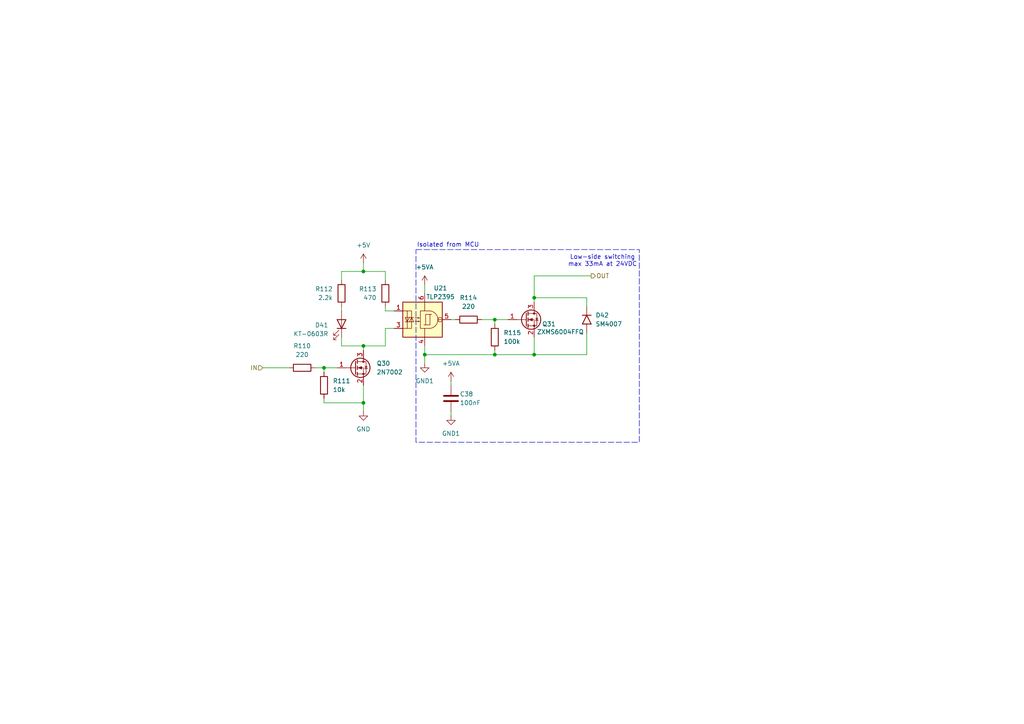
<source format=kicad_sch>
(kicad_sch (version 20250114) (generator "eeschema") (generator_version "9.0")
  (paper "A4")
  (lib_symbols
    (symbol "Device:C" (pin_numbers (hide yes)) (pin_names (offset 0.254))
      (property "Reference" "C" (at 0.635 2.54 0))
      (property "Value" "C" (at 0.635 -2.54 0))
      (symbol "C_0_1"
        (polyline (pts (xy -2.032 0.762) (xy 2.032 0.762)) (stroke (width 0.508)))
        (polyline (pts (xy -2.032 -0.762) (xy 2.032 -0.762)) (stroke (width 0.508)))
      )
      (symbol "C_1_1"
        (pin passive line (at 0 3.81 270) (length 2.794) (name "~") (number "1"))
        (pin passive line (at 0 -3.81 90) (length 2.794) (name "~") (number "2"))
      )
    )
    (symbol "Device:LED" (pin_numbers (hide yes)) (pin_names (offset 1.016) (hide yes))
      (property "Reference" "D" (at 0 2.54 0))
      (property "Value" "LED" (at 0 -2.54 0))
      (symbol "LED_0_1"
        (polyline (pts (xy -3.048 -0.762) (xy -4.572 -2.286) (xy -3.81 -2.286) (xy -4.572 -2.286) (xy -4.572 -1.524)))
        (polyline (pts (xy -1.778 -0.762) (xy -3.302 -2.286) (xy -2.54 -2.286) (xy -3.302 -2.286) (xy -3.302 -1.524)))
        (polyline (pts (xy -1.27 0) (xy 1.27 0)))
        (polyline (pts (xy -1.27 -1.27) (xy -1.27 1.27)) (stroke (width 0.254)))
        (polyline (pts (xy 1.27 -1.27) (xy 1.27 1.27) (xy -1.27 0) (xy 1.27 -1.27)) (stroke (width 0.254)))
      )
      (symbol "LED_1_1"
        (pin passive line (at -3.81 0 0) (length 2.54) (name "K") (number "1"))
        (pin passive line (at 3.81 0 180) (length 2.54) (name "A") (number "2"))
      )
    )
    (symbol "Device:R" (pin_numbers (hide yes)) (pin_names (offset 0))
      (property "Reference" "R" (at 2.032 0 90))
      (property "Value" "R" (at 0 0 90))
      (symbol "R_0_1"
        (rectangle (start -1.016 -2.54) (end 1.016 2.54) (stroke (width 0.254)))
      )
      (symbol "R_1_1"
        (pin passive line (at 0 3.81 270) (length 1.27) (name "~") (number "1"))
        (pin passive line (at 0 -3.81 90) (length 1.27) (name "~") (number "2"))
      )
    )
    (symbol "Transistor_FET:2N7002" (pin_names (offset 0) (hide yes))
      (property "Reference" "Q" (at 5.08 1.905 0))
      (property "Value" "2N7002" (at 5.08 0 0))
      (symbol "2N7002_0_1"
        (polyline (pts (xy 0.254 1.905) (xy 0.254 -1.905)) (stroke (width 0.254)))
        (polyline (pts (xy 0.254 0) (xy -2.54 0)))
        (polyline (pts (xy 0.762 2.286) (xy 0.762 1.27)) (stroke (width 0.254)))
        (polyline (pts (xy 0.762 0.508) (xy 0.762 -0.508)) (stroke (width 0.254)))
        (polyline (pts (xy 0.762 -1.27) (xy 0.762 -2.286)) (stroke (width 0.254)))
        (polyline (pts (xy 0.762 -1.778) (xy 3.302 -1.778) (xy 3.302 1.778) (xy 0.762 1.778)))
        (polyline (pts (xy 1.016 0) (xy 2.032 0.381) (xy 2.032 -0.381) (xy 1.016 0)) (fill (type outline)))
        (circle (center 1.651 0) (radius 2.794) (stroke (width 0.254)))
        (polyline (pts (xy 2.54 2.54) (xy 2.54 1.778)))
        (circle (center 2.54 1.778) (radius 0.254) (fill (type outline)))
        (circle (center 2.54 -1.778) (radius 0.254) (fill (type outline)))
        (polyline (pts (xy 2.54 -2.54) (xy 2.54 0) (xy 0.762 0)))
        (polyline (pts (xy 2.921 0.381) (xy 3.683 0.381)))
        (polyline (pts (xy 3.302 0.381) (xy 2.921 -0.254) (xy 3.683 -0.254) (xy 3.302 0.381)))
      )
      (symbol "2N7002_1_1"
        (pin input line (at -5.08 0 0) (length 2.54) (name "G") (number "1"))
        (pin passive line (at 2.54 5.08 270) (length 2.54) (name "D") (number "3"))
        (pin passive line (at 2.54 -5.08 90) (length 2.54) (name "S") (number "2"))
      )
    )
    (symbol "djm:SM4007" (pin_numbers (hide yes)) (pin_names (offset 1.016) (hide yes))
      (property "Reference" "D" (at 0 2.54 0))
      (property "Value" "SM4007" (at 0 -2.54 0))
      (symbol "SM4007_0_1"
        (polyline (pts (xy 1.27 1.27) (xy 1.27 -1.27) (xy -1.27 0) (xy 1.27 1.27)) (stroke (width 0.254)))
      )
      (symbol "SM4007_1_1"
        (polyline (pts (xy -1.27 -1.27) (xy -1.27 1.27)) (stroke (width 0.254)))
        (pin passive line (at -3.81 0 0) (length 2.54) (name "K") (number "1"))
        (pin passive line (at 3.81 0 180) (length 2.54) (name "A") (number "2"))
      )
    )
    (symbol "djm:TLP2395"
      (property "Reference" "U" (at -5.08 6.35 0))
      (property "Value" "TLP2395" (at 6.35 6.35 0))
      (symbol "TLP2395_0_1"
        (circle (center 5.715 0) (radius 0.635))
        (polyline (pts (xy 6.35 0) (xy 5.08 0)))
      )
      (symbol "TLP2395_1_1"
        (rectangle (start -5.08 5.08) (end 6.35 -5.08) (stroke (width 0.254)) (fill (type background)))
        (polyline (pts (xy -5.08 -2.54) (xy -3.81 -2.54) (xy -3.81 2.54) (xy -5.08 2.54)))
        (polyline (pts (xy -4.445 -0.635) (xy -3.175 -0.635)))
        (polyline (pts (xy -3.81 2.54) (xy -2.54 2.54) (xy -2.54 -2.54) (xy -3.81 -2.54)))
        (polyline (pts (xy -3.81 -0.635) (xy -4.445 0.635) (xy -3.175 0.635) (xy -3.81 -0.635)))
        (polyline (pts (xy -3.175 0.635) (xy -1.905 0.635)))
        (polyline (pts (xy -2.54 0.635) (xy -3.175 -0.635) (xy -1.905 -0.635) (xy -2.54 0.635)))
        (polyline (pts (xy -1.524 0.508) (xy -0.254 0.508) (xy -0.635 0.381) (xy -0.635 0.635) (xy -0.254 0.508)))
        (polyline (pts (xy -1.524 -0.508) (xy -0.254 -0.508) (xy -0.635 -0.635) (xy -0.635 -0.381) (xy -0.254 -0.508)))
        (polyline (pts (xy 1.27 2.54) (xy 1.27 5.08)))
        (polyline (pts (xy 1.27 -2.54) (xy 1.27 -5.08) (xy 1.27 -3.81)))
        (rectangle (start 1.524 1.524) (end 2.794 -1.524))
        (polyline (pts (xy 1.524 -1.524) (xy 1.016 -1.524)))
        (arc (start 2.54 2.54) (mid 5.0689 0) (end 2.54 -2.54))
        (polyline (pts (xy 2.54 -2.54) (xy 0 -2.54) (xy 0 2.54) (xy 2.54 2.54)))
        (polyline (pts (xy 2.794 1.524) (xy 3.302 1.524)))
        (pin passive line (at -7.62 2.54 0) (length 2.54) (name "~") (number "1"))
        (pin passive line (at -7.62 -2.54 0) (length 2.54) (name "~") (number "3"))
        (pin power_in line (at 1.27 7.62 270) (length 2.54) (name "~") (number "6"))
        (pin power_in line (at 1.27 -7.62 90) (length 2.54) (name "~") (number "4"))
        (pin output line (at 8.89 0 180) (length 2.54) (name "~") (number "5"))
      )
    )
    (symbol "djm:ZXMS6004FFQ" (pin_names (offset 0) (hide yes))
      (property "Reference" "Q" (at 5.08 1.905 0))
      (property "Value" "ZXMS6004FFQ" (at 5.08 0 0))
      (symbol "ZXMS6004FFQ_0_1"
        (polyline (pts (xy 0.254 1.905) (xy 0.254 -1.905)) (stroke (width 0.254)))
        (polyline (pts (xy 0.254 0) (xy -2.54 0)))
        (polyline (pts (xy 0.762 2.286) (xy 0.762 1.27)) (stroke (width 0.254)))
        (polyline (pts (xy 0.762 0.508) (xy 0.762 -0.508)) (stroke (width 0.254)))
        (polyline (pts (xy 0.762 -1.27) (xy 0.762 -2.286)) (stroke (width 0.254)))
        (polyline (pts (xy 0.762 -1.778) (xy 3.302 -1.778) (xy 3.302 1.778) (xy 0.762 1.778)))
        (polyline (pts (xy 1.016 0) (xy 2.032 0.381) (xy 2.032 -0.381) (xy 1.016 0)) (fill (type outline)))
        (circle (center 1.651 0) (radius 2.794) (stroke (width 0.254)))
        (polyline (pts (xy 2.54 2.54) (xy 2.54 1.778)))
        (circle (center 2.54 1.778) (radius 0.254) (fill (type outline)))
        (circle (center 2.54 -1.778) (radius 0.254) (fill (type outline)))
        (polyline (pts (xy 2.54 -2.54) (xy 2.54 0) (xy 0.762 0)))
        (polyline (pts (xy 2.921 0.381) (xy 3.683 0.381)))
        (polyline (pts (xy 3.302 0.381) (xy 2.921 -0.254) (xy 3.683 -0.254) (xy 3.302 0.381)))
      )
      (symbol "ZXMS6004FFQ_1_1"
        (pin input line (at -5.08 0 0) (length 2.54) (name "G") (number "1"))
        (pin passive line (at 2.54 5.08 270) (length 2.54) (name "D") (number "3"))
        (pin passive line (at 2.54 -5.08 90) (length 2.54) (name "S") (number "2"))
      )
    )
    (symbol "power:+5V" (power) (pin_numbers (hide yes)) (pin_names (offset 0) (hide yes))
      (property "Value" "+5V" (at 0 3.556 0))
      (symbol "+5V_0_1"
        (polyline (pts (xy -0.762 1.27) (xy 0 2.54)))
        (polyline (pts (xy 0 2.54) (xy 0.762 1.27)))
        (polyline (pts (xy 0 0) (xy 0 2.54)))
      )
      (symbol "+5V_1_1"
        (pin power_in line (at 0 0 90) (length 0) (name "~") (number "1"))
      )
    )
    (symbol "power:+5VA" (power) (pin_numbers (hide yes)) (pin_names (offset 0) (hide yes))
      (property "Value" "+5VA" (at 0 3.556 0))
      (symbol "+5VA_0_1"
        (polyline (pts (xy -0.762 1.27) (xy 0 2.54)))
        (polyline (pts (xy 0 2.54) (xy 0.762 1.27)))
        (polyline (pts (xy 0 0) (xy 0 2.54)))
      )
      (symbol "+5VA_1_1"
        (pin power_in line (at 0 0 90) (length 0) (name "~") (number "1"))
      )
    )
    (symbol "power:GND" (power) (pin_numbers (hide yes)) (pin_names (offset 0) (hide yes))
      (property "Value" "GND" (at 0 -3.81 0))
      (symbol "GND_0_1"
        (polyline (pts (xy 0 0) (xy 0 -1.27) (xy 1.27 -1.27) (xy 0 -2.54) (xy -1.27 -1.27) (xy 0 -1.27)))
      )
      (symbol "GND_1_1"
        (pin power_in line (at 0 0 270) (length 0) (name "~") (number "1"))
      )
    )
    (symbol "power:GND1" (power) (pin_numbers (hide yes)) (pin_names (offset 0) (hide yes))
      (property "Value" "GND1" (at 0 -3.81 0))
      (symbol "GND1_0_1"
        (polyline (pts (xy 0 0) (xy 0 -1.27) (xy 1.27 -1.27) (xy 0 -2.54) (xy -1.27 -1.27) (xy 0 -1.27)))
      )
      (symbol "GND1_1_1"
        (pin power_in line (at 0 0 270) (length 0) (name "~") (number "1"))
      )
    )
  )
  (rectangle (start 120.65 72.39) (end 185.42 128.27) (stroke (width 0.1524) (type dash)))
  (text "Low-side switching\nmax 33mA at 24VDC" (at 174.752 75.692 0) (effects (font (size 1.27 1.27))))
  (text "Isolated from MCU" (at 120.904 71.12 0) (effects (font (size 1.27 1.27)) (justify left)))
  (junction (at 105.41 78.74))
  (junction (at 105.41 116.84))
  (junction (at 105.41 100.33))
  (junction (at 93.98 106.68))
  (junction (at 154.94 86.36))
  (junction (at 154.94 102.87))
  (junction (at 143.51 102.87))
  (junction (at 143.51 92.71))
  (junction (at 123.19 102.87))
  (wire (pts (xy 154.94 86.36) (xy 170.18 86.36)))
  (wire (pts (xy 105.41 78.74) (xy 111.76 78.74)))
  (wire (pts (xy 154.94 97.79) (xy 154.94 102.87)))
  (wire (pts (xy 111.76 78.74) (xy 111.76 81.28)))
  (wire (pts (xy 170.18 102.87) (xy 154.94 102.87)))
  (wire (pts (xy 105.41 116.84) (xy 105.41 119.38)))
  (wire (pts (xy 130.81 92.71) (xy 132.08 92.71)))
  (wire (pts (xy 123.19 102.87) (xy 123.19 105.41)))
  (wire (pts (xy 154.94 86.36) (xy 154.94 87.63)))
  (wire (pts (xy 111.76 100.33) (xy 105.41 100.33)))
  (wire (pts (xy 99.06 78.74) (xy 105.41 78.74)))
  (wire (pts (xy 139.7 92.71) (xy 143.51 92.71)))
  (wire (pts (xy 130.81 119.38) (xy 130.81 120.65)))
  (wire (pts (xy 143.51 102.87) (xy 154.94 102.87)))
  (wire (pts (xy 170.18 96.52) (xy 170.18 102.87)))
  (wire (pts (xy 123.19 100.33) (xy 123.19 102.87)))
  (wire (pts (xy 154.94 80.01) (xy 171.45 80.01)))
  (wire (pts (xy 170.18 88.9) (xy 170.18 86.36)))
  (wire (pts (xy 93.98 116.84) (xy 105.41 116.84)))
  (wire (pts (xy 123.19 82.55) (xy 123.19 85.09)))
  (wire (pts (xy 143.51 92.71) (xy 147.32 92.71)))
  (wire (pts (xy 76.2 106.68) (xy 83.82 106.68)))
  (wire (pts (xy 105.41 100.33) (xy 99.06 100.33)))
  (wire (pts (xy 154.94 80.01) (xy 154.94 86.36)))
  (wire (pts (xy 91.44 106.68) (xy 93.98 106.68)))
  (wire (pts (xy 99.06 81.28) (xy 99.06 78.74)))
  (wire (pts (xy 93.98 106.68) (xy 93.98 107.95)))
  (wire (pts (xy 114.3 95.25) (xy 111.76 95.25)))
  (wire (pts (xy 97.79 106.68) (xy 93.98 106.68)))
  (wire (pts (xy 143.51 101.6) (xy 143.51 102.87)))
  (wire (pts (xy 105.41 111.76) (xy 105.41 116.84)))
  (wire (pts (xy 111.76 88.9) (xy 111.76 90.17)))
  (wire (pts (xy 123.19 102.87) (xy 143.51 102.87)))
  (wire (pts (xy 105.41 100.33) (xy 105.41 101.6)))
  (wire (pts (xy 105.41 76.2) (xy 105.41 78.74)))
  (wire (pts (xy 93.98 115.57) (xy 93.98 116.84)))
  (wire (pts (xy 99.06 100.33) (xy 99.06 97.79)))
  (wire (pts (xy 111.76 95.25) (xy 111.76 100.33)))
  (wire (pts (xy 130.81 110.49) (xy 130.81 111.76)))
  (wire (pts (xy 114.3 90.17) (xy 111.76 90.17)))
  (wire (pts (xy 143.51 92.71) (xy 143.51 93.98)))
  (wire (pts (xy 99.06 88.9) (xy 99.06 90.17)))
  (hierarchical_label "IN" (shape input) (at 76.2 106.68 180))
  (hierarchical_label "OUT" (shape output) (at 171.45 80.01 0))
  (symbol (lib_id "Device:C") (at 130.81 115.57 0) (unit 1)
    (property "Reference" "C8" (at 133.35 114.3 0) (effects (justify left)))
    (property "Value" "100nF" (at 133.35 116.84 0) (effects (justify left)))
    (property "Footprint" "Capacitor_SMD:C_0402_1005Metric" (effects (hide yes)))
    (property "Description" "Unpolarized capacitor" (effects (hide yes)))
    (property "JLC" "0402" (effects (hide yes)))
    (property "LCSC" "C307331" (effects (hide yes)))
    (instances (project "" (path "" (reference "C38") (unit 1)) (path "" (reference "C29") (unit 1)) (path "" (reference "C31") (unit 1)) (path "" (reference "C35") (unit 1)) (path "" (reference "C25") (unit 1)) (path "" (reference "C33") (unit 1)) (path "" (reference "C37") (unit 1)) (path "" (reference "C39") (unit 1)) (path "" (reference "C32") (unit 1)) (path "" (reference "C28") (unit 1)) (path "" (reference "C36") (unit 1)) (path "" (reference "C26") (unit 1)) (path "" (reference "C30") (unit 1)) (path "" (reference "C8") (unit 1)) (path "" (reference "C34") (unit 1)) (path "" (reference "C27") (unit 1))))
  )
  (symbol (lib_id "Device:LED") (at 99.06 93.98 270) (mirror x) (unit 1)
    (property "Reference" "D4" (at 95.25 94.2974 90) (effects (justify right)))
    (property "Value" "KT-0603R" (at 95.25 96.8374 90) (effects (justify right)))
    (property "Footprint" "LED_SMD:LED_0603_1608Metric" (effects (hide yes)))
    (property "Description" "Light emitting diode" (effects (hide yes)))
    (property "Sim.Pins" "1=K 2=A" (effects (hide yes)))
    (property "JLC" "0603" (effects (hide yes)))
    (property "LCSC" "C2286" (effects (hide yes)))
    (instances (project "" (path "" (reference "D41") (unit 1)) (path "" (reference "D23") (unit 1)) (path "" (reference "D27") (unit 1)) (path "" (reference "D35") (unit 1)) (path "" (reference "D15") (unit 1)) (path "" (reference "D31") (unit 1)) (path "" (reference "D39") (unit 1)) (path "" (reference "D43") (unit 1)) (path "" (reference "D29") (unit 1)) (path "" (reference "D21") (unit 1)) (path "" (reference "D37") (unit 1)) (path "" (reference "D17") (unit 1)) (path "" (reference "D25") (unit 1)) (path "" (reference "D4") (unit 1)) (path "" (reference "D33") (unit 1)) (path "" (reference "D19") (unit 1))))
  )
  (symbol (lib_id "power:+5VA") (at 123.19 82.55 0) (unit 1)
    (property "Reference" "#PWR042" (effects (hide yes)))
    (property "Value" "+5VA" (at 123.19 77.47 0))
    (property "Description" "Power symbol creates a global label with name \"+5VA\"" (effects (hide yes)))
    (instances (project "" (path "" (reference "#PWR0162") (unit 1)) (path "" (reference "#PWR0108") (unit 1)) (path "" (reference "#PWR0120") (unit 1)) (path "" (reference "#PWR0144") (unit 1)) (path "" (reference "#PWR084") (unit 1)) (path "" (reference "#PWR0132") (unit 1)) (path "" (reference "#PWR0156") (unit 1)) (path "" (reference "#PWR0168") (unit 1)) (path "" (reference "#PWR0126") (unit 1)) (path "" (reference "#PWR0102") (unit 1)) (path "" (reference "#PWR0150") (unit 1)) (path "" (reference "#PWR090") (unit 1)) (path "" (reference "#PWR0114") (unit 1)) (path "" (reference "#PWR042") (unit 1)) (path "" (reference "#PWR0138") (unit 1)) (path "" (reference "#PWR096") (unit 1))))
  )
  (symbol (lib_id "djm:TLP2395") (at 121.92 92.71 0) (unit 1)
    (property "Reference" "U2" (at 127.762 83.566 0))
    (property "Value" "TLP2395" (at 127.762 86.106 0))
    (property "Footprint" "Package_SO:SO-5-6_4.55x3.7mm_P1.27mm" (effects (hide yes)))
    (property "Datasheet" "https://toshiba.semicon-storage.com/info/TLP2395_datasheet_en_20151221.pdf?did=13954&prodName=TLP2395" (effects (hide yes)))
    (property "Description" "Opto Coupler, 1kV/us, 20kV/uS CMR, Schmitt trigger output, SO-5-6" (effects (hide yes)))
    (property "JLC" "SO-5-6" (effects (hide yes)))
    (property "LCSC" "C695251" (effects (hide yes)))
    (instances (project "handyplc" (path "" (reference "U21") (unit 1)) (path "" (reference "U12") (unit 1)) (path "" (reference "U14") (unit 1)) (path "" (reference "U18") (unit 1)) (path "" (reference "U8") (unit 1)) (path "" (reference "U16") (unit 1)) (path "" (reference "U20") (unit 1)) (path "" (reference "U22") (unit 1)) (path "" (reference "U15") (unit 1)) (path "" (reference "U11") (unit 1)) (path "" (reference "U19") (unit 1)) (path "" (reference "U9") (unit 1)) (path "" (reference "U13") (unit 1)) (path "" (reference "U2") (unit 1)) (path "" (reference "U17") (unit 1)) (path "" (reference "U10") (unit 1))))
  )
  (symbol (lib_id "power:+5VA") (at 130.81 110.49 0) (unit 1)
    (property "Reference" "#PWR044" (effects (hide yes)))
    (property "Value" "+5VA" (at 130.81 105.41 0))
    (property "Description" "Power symbol creates a global label with name \"+5VA\"" (effects (hide yes)))
    (instances (project "" (path "" (reference "#PWR0164") (unit 1)) (path "" (reference "#PWR0110") (unit 1)) (path "" (reference "#PWR0122") (unit 1)) (path "" (reference "#PWR0146") (unit 1)) (path "" (reference "#PWR086") (unit 1)) (path "" (reference "#PWR0134") (unit 1)) (path "" (reference "#PWR0158") (unit 1)) (path "" (reference "#PWR0170") (unit 1)) (path "" (reference "#PWR0128") (unit 1)) (path "" (reference "#PWR0104") (unit 1)) (path "" (reference "#PWR0152") (unit 1)) (path "" (reference "#PWR092") (unit 1)) (path "" (reference "#PWR0116") (unit 1)) (path "" (reference "#PWR044") (unit 1)) (path "" (reference "#PWR0140") (unit 1)) (path "" (reference "#PWR098") (unit 1))))
  )
  (symbol (lib_id "power:+5V") (at 105.41 76.2 0) (unit 1)
    (property "Reference" "#PWR040" (effects (hide yes)))
    (property "Value" "+5V" (at 105.41 71.12 0))
    (property "Description" "Power symbol creates a global label with name \"+5V\"" (effects (hide yes)))
    (instances (project "" (path "" (reference "#PWR0160") (unit 1)) (path "" (reference "#PWR0106") (unit 1)) (path "" (reference "#PWR0118") (unit 1)) (path "" (reference "#PWR0142") (unit 1)) (path "" (reference "#PWR082") (unit 1)) (path "" (reference "#PWR0130") (unit 1)) (path "" (reference "#PWR0154") (unit 1)) (path "" (reference "#PWR0166") (unit 1)) (path "" (reference "#PWR0124") (unit 1)) (path "" (reference "#PWR0100") (unit 1)) (path "" (reference "#PWR0148") (unit 1)) (path "" (reference "#PWR088") (unit 1)) (path "" (reference "#PWR0112") (unit 1)) (path "" (reference "#PWR040") (unit 1)) (path "" (reference "#PWR0136") (unit 1)) (path "" (reference "#PWR094") (unit 1))))
  )
  (symbol (lib_id "Device:R") (at 93.98 111.76 0) (unit 1)
    (property "Reference" "R14" (at 96.52 110.4899 0) (effects (justify left)))
    (property "Value" "10k" (at 96.52 113.0299 0) (effects (justify left)))
    (property "Footprint" "Resistor_SMD:R_0402_1005Metric" (effects (hide yes)))
    (property "Description" "Resistor" (effects (hide yes)))
    (property "JLC" "0402" (effects (hide yes)))
    (property "LCSC" "C2073616" (effects (hide yes)))
    (instances (project "" (path "" (reference "R111") (unit 1)) (path "" (reference "R57") (unit 1)) (path "" (reference "R69") (unit 1)) (path "" (reference "R93") (unit 1)) (path "" (reference "R33") (unit 1)) (path "" (reference "R81") (unit 1)) (path "" (reference "R105") (unit 1)) (path "" (reference "R117") (unit 1)) (path "" (reference "R75") (unit 1)) (path "" (reference "R51") (unit 1)) (path "" (reference "R99") (unit 1)) (path "" (reference "R39") (unit 1)) (path "" (reference "R63") (unit 1)) (path "" (reference "R14") (unit 1)) (path "" (reference "R87") (unit 1)) (path "" (reference "R45") (unit 1))))
  )
  (symbol (lib_id "Transistor_FET:2N7002") (at 102.87 106.68 0) (unit 1)
    (property "Reference" "Q1" (at 109.22 105.4099 0) (effects (justify left)))
    (property "Value" "2N7002" (at 109.22 107.9499 0) (effects (justify left)))
    (property "Footprint" "Package_TO_SOT_SMD:SOT-23" (effects (hide yes)))
    (property "Datasheet" "https://www.onsemi.com/pub/Collateral/NDS7002A-D.PDF" (effects (hide yes)))
    (property "Description" "0.115A Id, 60V Vds, N-Channel MOSFET, SOT-23" (effects (hide yes)))
    (property "JLC" "SOT-23" (effects (hide yes)))
    (property "LCSC" "C8545" (effects (hide yes)))
    (instances (project "" (path "" (reference "Q30") (unit 1)) (path "" (reference "Q12") (unit 1)) (path "" (reference "Q16") (unit 1)) (path "" (reference "Q24") (unit 1)) (path "" (reference "Q4") (unit 1)) (path "" (reference "Q20") (unit 1)) (path "" (reference "Q28") (unit 1)) (path "" (reference "Q32") (unit 1)) (path "" (reference "Q18") (unit 1)) (path "" (reference "Q10") (unit 1)) (path "" (reference "Q26") (unit 1)) (path "" (reference "Q6") (unit 1)) (path "" (reference "Q14") (unit 1)) (path "" (reference "Q1") (unit 1)) (path "" (reference "Q22") (unit 1)) (path "" (reference "Q8") (unit 1))))
  )
  (symbol (lib_id "Device:R") (at 111.76 85.09 0) (mirror y) (unit 1)
    (property "Reference" "R16" (at 109.22 83.8199 0) (effects (justify left)))
    (property "Value" "470" (at 109.22 86.3599 0) (effects (justify left)))
    (property "Footprint" "Resistor_SMD:R_0402_1005Metric" (effects (hide yes)))
    (property "Description" "Resistor" (effects (hide yes)))
    (property "JLC" "0402" (effects (hide yes)))
    (property "LCSC" "C25117" (effects (hide yes)))
    (instances (project "" (path "" (reference "R113") (unit 1)) (path "" (reference "R59") (unit 1)) (path "" (reference "R71") (unit 1)) (path "" (reference "R95") (unit 1)) (path "" (reference "R35") (unit 1)) (path "" (reference "R83") (unit 1)) (path "" (reference "R107") (unit 1)) (path "" (reference "R119") (unit 1)) (path "" (reference "R77") (unit 1)) (path "" (reference "R53") (unit 1)) (path "" (reference "R101") (unit 1)) (path "" (reference "R41") (unit 1)) (path "" (reference "R65") (unit 1)) (path "" (reference "R16") (unit 1)) (path "" (reference "R89") (unit 1)) (path "" (reference "R47") (unit 1))))
  )
  (symbol (lib_id "power:GND1") (at 123.19 105.41 0) (unit 1)
    (property "Reference" "#PWR043" (effects (hide yes)))
    (property "Value" "GND1" (at 123.19 110.49 0))
    (property "Description" "Power symbol creates a global label with name \"GND1\" , ground" (effects (hide yes)))
    (instances (project "" (path "" (reference "#PWR0163") (unit 1)) (path "" (reference "#PWR0109") (unit 1)) (path "" (reference "#PWR0121") (unit 1)) (path "" (reference "#PWR0145") (unit 1)) (path "" (reference "#PWR085") (unit 1)) (path "" (reference "#PWR0133") (unit 1)) (path "" (reference "#PWR0157") (unit 1)) (path "" (reference "#PWR0169") (unit 1)) (path "" (reference "#PWR0127") (unit 1)) (path "" (reference "#PWR0103") (unit 1)) (path "" (reference "#PWR0151") (unit 1)) (path "" (reference "#PWR091") (unit 1)) (path "" (reference "#PWR0115") (unit 1)) (path "" (reference "#PWR043") (unit 1)) (path "" (reference "#PWR0139") (unit 1)) (path "" (reference "#PWR097") (unit 1))))
  )
  (symbol (lib_id "Device:R") (at 143.51 97.79 0) (unit 1)
    (property "Reference" "R18" (at 146.05 96.5199 0) (effects (justify left)))
    (property "Value" "100k" (at 146.05 99.0599 0) (effects (justify left)))
    (property "Footprint" "Resistor_SMD:R_0402_1005Metric" (effects (hide yes)))
    (property "Description" "Resistor" (effects (hide yes)))
    (property "JLC" "0402" (effects (hide yes)))
    (property "LCSC" "C25741" (effects (hide yes)))
    (instances (project "handyplc" (path "" (reference "R115") (unit 1)) (path "" (reference "R61") (unit 1)) (path "" (reference "R73") (unit 1)) (path "" (reference "R97") (unit 1)) (path "" (reference "R37") (unit 1)) (path "" (reference "R85") (unit 1)) (path "" (reference "R109") (unit 1)) (path "" (reference "R121") (unit 1)) (path "" (reference "R79") (unit 1)) (path "" (reference "R55") (unit 1)) (path "" (reference "R103") (unit 1)) (path "" (reference "R43") (unit 1)) (path "" (reference "R67") (unit 1)) (path "" (reference "R18") (unit 1)) (path "" (reference "R91") (unit 1)) (path "" (reference "R49") (unit 1))))
  )
  (symbol (lib_id "power:GND1") (at 130.81 120.65 0) (unit 1)
    (property "Reference" "#PWR045" (effects (hide yes)))
    (property "Value" "GND1" (at 130.81 125.73 0))
    (property "Description" "Power symbol creates a global label with name \"GND1\" , ground" (effects (hide yes)))
    (instances (project "" (path "" (reference "#PWR0165") (unit 1)) (path "" (reference "#PWR0111") (unit 1)) (path "" (reference "#PWR0123") (unit 1)) (path "" (reference "#PWR0147") (unit 1)) (path "" (reference "#PWR087") (unit 1)) (path "" (reference "#PWR0135") (unit 1)) (path "" (reference "#PWR0159") (unit 1)) (path "" (reference "#PWR0171") (unit 1)) (path "" (reference "#PWR0129") (unit 1)) (path "" (reference "#PWR0105") (unit 1)) (path "" (reference "#PWR0153") (unit 1)) (path "" (reference "#PWR093") (unit 1)) (path "" (reference "#PWR0117") (unit 1)) (path "" (reference "#PWR045") (unit 1)) (path "" (reference "#PWR0141") (unit 1)) (path "" (reference "#PWR099") (unit 1))))
  )
  (symbol (lib_id "power:GND") (at 105.41 119.38 0) (unit 1)
    (property "Reference" "#PWR041" (effects (hide yes)))
    (property "Value" "GND" (at 105.41 124.46 0))
    (property "Description" "Power symbol creates a global label with name \"GND\" , ground" (effects (hide yes)))
    (instances (project "" (path "" (reference "#PWR0161") (unit 1)) (path "" (reference "#PWR0107") (unit 1)) (path "" (reference "#PWR0119") (unit 1)) (path "" (reference "#PWR0143") (unit 1)) (path "" (reference "#PWR083") (unit 1)) (path "" (reference "#PWR0131") (unit 1)) (path "" (reference "#PWR0155") (unit 1)) (path "" (reference "#PWR0167") (unit 1)) (path "" (reference "#PWR0125") (unit 1)) (path "" (reference "#PWR0101") (unit 1)) (path "" (reference "#PWR0149") (unit 1)) (path "" (reference "#PWR089") (unit 1)) (path "" (reference "#PWR0113") (unit 1)) (path "" (reference "#PWR041") (unit 1)) (path "" (reference "#PWR0137") (unit 1)) (path "" (reference "#PWR095") (unit 1))))
  )
  (symbol (lib_id "djm:SM4007") (at 170.18 92.71 270) (unit 1)
    (property "Reference" "D5" (at 172.72 91.4399 90) (effects (justify left)))
    (property "Value" "SM4007" (at 172.72 93.9799 90) (effects (justify left)))
    (property "Footprint" "Diode_SMD:D_SOD-123" (effects (hide yes)))
    (property "Datasheet" "https://www.mccsemi.com/pdf/products/SM4001PL-SM4007PL(SOD-123FL).pdf" (effects (hide yes)))
    (property "Description" "1000V 1A General Purpose Silicon Diode, SOD-123" (effects (hide yes)))
    (property "JLC" "SOD-123" (effects (hide yes)))
    (property "LCSC" "C64898" (effects (hide yes)))
    (instances (project "" (path "" (reference "D42") (unit 1)) (path "" (reference "D24") (unit 1)) (path "" (reference "D28") (unit 1)) (path "" (reference "D36") (unit 1)) (path "" (reference "D16") (unit 1)) (path "" (reference "D32") (unit 1)) (path "" (reference "D40") (unit 1)) (path "" (reference "D44") (unit 1)) (path "" (reference "D30") (unit 1)) (path "" (reference "D22") (unit 1)) (path "" (reference "D38") (unit 1)) (path "" (reference "D18") (unit 1)) (path "" (reference "D26") (unit 1)) (path "" (reference "D5") (unit 1)) (path "" (reference "D34") (unit 1)) (path "" (reference "D20") (unit 1))))
  )
  (symbol (lib_id "djm:ZXMS6004FFQ") (at 152.4 92.71 0) (unit 1)
    (property "Reference" "Q2" (at 157.226 93.98 0) (effects (justify left)))
    (property "Value" "ZXMS6004FFQ" (at 155.702 96.266 0) (effects (justify left)))
    (property "Footprint" "Package_TO_SOT_SMD:SOT-23" (effects (hide yes)))
    (property "Datasheet" "https://www.diodes.com/datasheet/download/ZXMS6004FFQ.pdf" (effects (hide yes)))
    (property "Description" "1A Id, 60V Vds, N-Channel MOSFET, SOT-23" (effects (hide yes)))
    (property "JLC" "SOT-23" (effects (hide yes)))
    (property "LCSC" "C508259" (effects (hide yes)))
    (instances (project "" (path "" (reference "Q31") (unit 1)) (path "" (reference "Q13") (unit 1)) (path "" (reference "Q17") (unit 1)) (path "" (reference "Q25") (unit 1)) (path "" (reference "Q5") (unit 1)) (path "" (reference "Q21") (unit 1)) (path "" (reference "Q29") (unit 1)) (path "" (reference "Q33") (unit 1)) (path "" (reference "Q19") (unit 1)) (path "" (reference "Q11") (unit 1)) (path "" (reference "Q27") (unit 1)) (path "" (reference "Q7") (unit 1)) (path "" (reference "Q15") (unit 1)) (path "" (reference "Q2") (unit 1)) (path "" (reference "Q23") (unit 1)) (path "" (reference "Q9") (unit 1))))
  )
  (symbol (lib_id "Device:R") (at 99.06 85.09 0) (mirror y) (unit 1)
    (property "Reference" "R15" (at 96.52 83.8199 0) (effects (justify left)))
    (property "Value" "2.2k" (at 96.52 86.3599 0) (effects (justify left)))
    (property "Footprint" "Resistor_SMD:R_0402_1005Metric" (effects (hide yes)))
    (property "Description" "Resistor" (effects (hide yes)))
    (property "JLC" "0402" (effects (hide yes)))
    (property "LCSC" "C25879" (effects (hide yes)))
    (instances (project "" (path "" (reference "R112") (unit 1)) (path "" (reference "R58") (unit 1)) (path "" (reference "R70") (unit 1)) (path "" (reference "R94") (unit 1)) (path "" (reference "R34") (unit 1)) (path "" (reference "R82") (unit 1)) (path "" (reference "R106") (unit 1)) (path "" (reference "R118") (unit 1)) (path "" (reference "R76") (unit 1)) (path "" (reference "R52") (unit 1)) (path "" (reference "R100") (unit 1)) (path "" (reference "R40") (unit 1)) (path "" (reference "R64") (unit 1)) (path "" (reference "R15") (unit 1)) (path "" (reference "R88") (unit 1)) (path "" (reference "R46") (unit 1))))
  )
  (symbol (lib_id "Device:R") (at 87.63 106.68 90) (unit 1)
    (property "Reference" "R13" (at 87.63 100.33 90))
    (property "Value" "220" (at 87.63 102.87 90))
    (property "Footprint" "Resistor_SMD:R_0402_1005Metric" (effects (hide yes)))
    (property "Description" "Resistor" (effects (hide yes)))
    (property "JLC" "0402" (effects (hide yes)))
    (property "LCSC" "C25091" (effects (hide yes)))
    (instances (project "" (path "" (reference "R110") (unit 1)) (path "" (reference "R56") (unit 1)) (path "" (reference "R68") (unit 1)) (path "" (reference "R92") (unit 1)) (path "" (reference "R32") (unit 1)) (path "" (reference "R80") (unit 1)) (path "" (reference "R104") (unit 1)) (path "" (reference "R116") (unit 1)) (path "" (reference "R74") (unit 1)) (path "" (reference "R50") (unit 1)) (path "" (reference "R98") (unit 1)) (path "" (reference "R38") (unit 1)) (path "" (reference "R62") (unit 1)) (path "" (reference "R13") (unit 1)) (path "" (reference "R86") (unit 1)) (path "" (reference "R44") (unit 1))))
  )
  (symbol (lib_id "Device:R") (at 135.89 92.71 270) (mirror x) (unit 1)
    (property "Reference" "R17" (at 135.89 86.36 90))
    (property "Value" "220" (at 135.89 88.9 90))
    (property "Footprint" "Resistor_SMD:R_0402_1005Metric" (effects (hide yes)))
    (property "Description" "Resistor" (effects (hide yes)))
    (property "JLC" "0402" (effects (hide yes)))
    (property "LCSC" "C25091" (effects (hide yes)))
    (instances (project "handyplc" (path "" (reference "R114") (unit 1)) (path "" (reference "R60") (unit 1)) (path "" (reference "R72") (unit 1)) (path "" (reference "R96") (unit 1)) (path "" (reference "R36") (unit 1)) (path "" (reference "R84") (unit 1)) (path "" (reference "R108") (unit 1)) (path "" (reference "R120") (unit 1)) (path "" (reference "R78") (unit 1)) (path "" (reference "R54") (unit 1)) (path "" (reference "R102") (unit 1)) (path "" (reference "R42") (unit 1)) (path "" (reference "R66") (unit 1)) (path "" (reference "R17") (unit 1)) (path "" (reference "R90") (unit 1)) (path "" (reference "R48") (unit 1))))
  )
)
</source>
